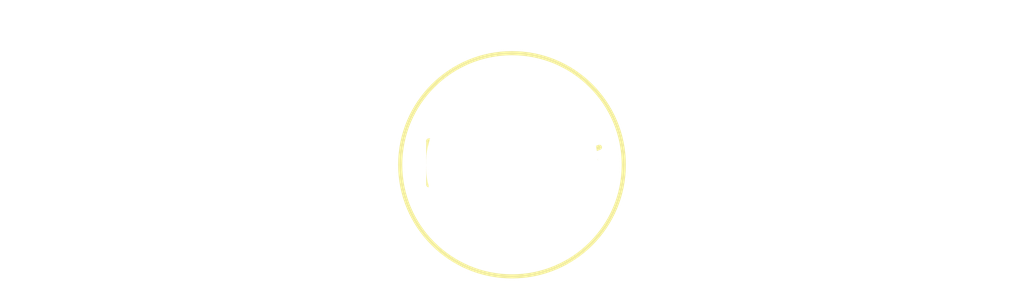
<source format=kicad_pcb>
(kicad_pcb (version 20240108) (generator pcbnew)
  (layers (0 "F.Cu" signal) (31 "B.Cu" signal) (34 "B.Paste" user) (35 "F.Paste" user) (36 "B.SilkS" user "B.Silkscreen") (37 "F.SilkS" user "F.Silkscreen") (38 "B.Mask" user) (39 "F.Mask" user) (44 "Edge.Cuts" user))
  (net 0 "")
  (footprint "TestPoint_Plated_Hole_D5.0mm" (layer "F.Cu") (at 0 0)
    (property "Reference" "REF**")
    (property "Value" "TestPoint_Plated_Hole_D5.0mm")
    (fp_circle (center 0 0) (end 0 3.25) (layer "F.SilkS") (stroke (width 0.12)) (fill none))
    (pad "1" thru_hole circle (at 0 0) (size 6 6) (drill 5) (layers *.Cu *.Mask) (remove_unused_layers))
  )
)
</source>
